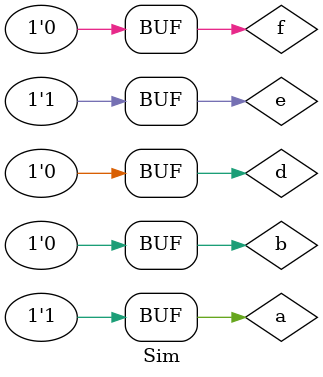
<source format=v>
`timescale 1ns / 1ps


module Sim(
    );
    wire a=1,b=0,d=0,e=1,f=0;
    wire c,g,k,out;
    LogicOr b1(a,b,c);
    LogicOr b2(c,d,g);
    LogicAnd a1(g,e,k);
    LogicAnd a2(k,f,out);
endmodule

</source>
